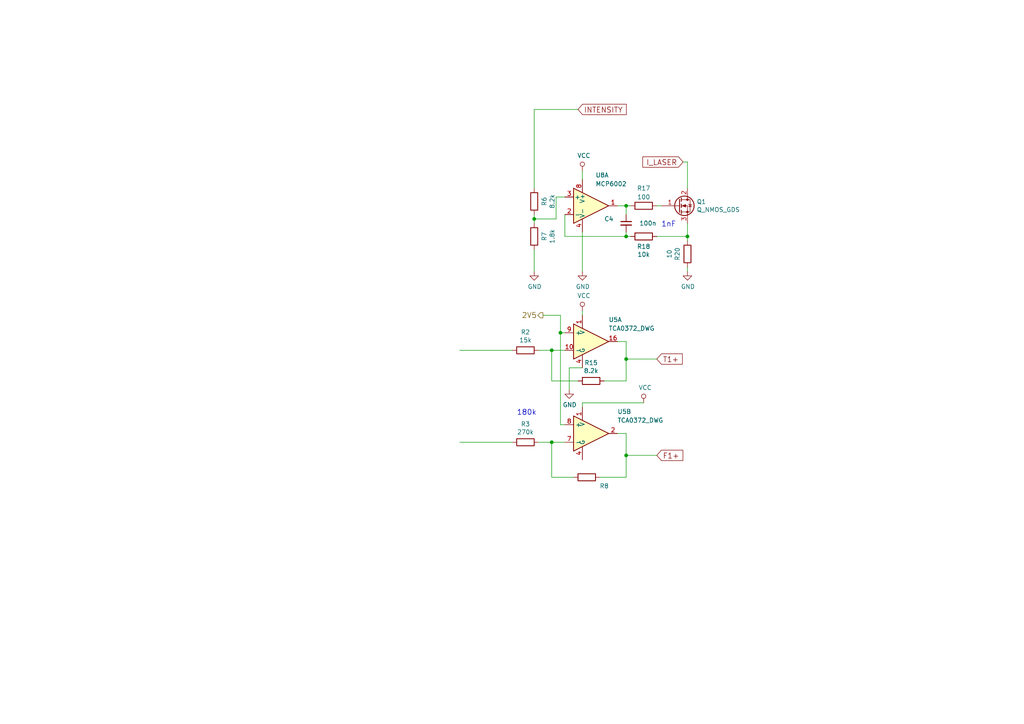
<source format=kicad_sch>
(kicad_sch (version 20231120) (generator "eeschema") (generator_version "8.0")
  (paper "A4")
  (lib_symbols
    (symbol "DVDLaserScanner-rescue:C_Small" (pin_numbers hide) (pin_names (offset 0.254) hide)
      (property "Reference" "C" (at 0.254 1.778 0))
      (property "Value" "C_Small" (at 0.254 -2.032 0))
      (symbol "C_Small_0_1"
        (polyline (pts (xy -1.524 -0.508) (xy 1.524 -0.508)) (stroke (width 0.3302)))
        (polyline (pts (xy -1.524 0.508) (xy 1.524 0.508)) (stroke (width 0.3048)))
      )
      (symbol "C_Small_1_1"
        (pin passive line (at 0 2.54 270) (length 2.032) (name "~") (number "1"))
        (pin passive line (at 0 -2.54 90) (length 2.032) (name "~") (number "2"))
      )
    )
    (symbol "DVDLaserScanner-rescue:GND" (power) (pin_names (offset 0))
      (property "Value" "GND" (at 0 -3.81 0))
      (symbol "GND_0_1"
        (polyline (pts (xy 0 0) (xy 0 -1.27) (xy 1.27 -1.27) (xy 0 -2.54) (xy -1.27 -1.27) (xy 0 -1.27)))
      )
      (symbol "GND_1_1"
        (pin power_in line (at 0 0 270) (length 0) hide (name "GND") (number "1"))
      )
    )
    (symbol "DVDLaserScanner-rescue:MCP6002" (pin_names (offset 0.254))
      (property "Reference" "U" (at 0 3.81 0))
      (property "Value" "MCP6002" (at 0 -3.81 0))
      (symbol "MCP6002_0_1"
        (polyline (pts (xy -5.08 5.08) (xy 5.08 0) (xy -5.08 -5.08) (xy -5.08 5.08)) (stroke (width 0.254)) (fill (type background)))
        (pin power_in line (at -2.54 -7.62 90) (length 3.81) (name "V-") (number "4"))
        (pin power_in line (at -2.54 7.62 270) (length 3.81) (name "V+") (number "8"))
      )
      (symbol "MCP6002_1_1"
        (pin output line (at 7.62 0 180) (length 2.54) (name "~") (number "1"))
        (pin input line (at -7.62 -2.54 0) (length 2.54) (name "-") (number "2"))
        (pin input line (at -7.62 2.54 0) (length 2.54) (name "+") (number "3"))
      )
      (symbol "MCP6002_2_1"
        (pin input line (at -7.62 2.54 0) (length 2.54) (name "+") (number "5"))
        (pin input line (at -7.62 -2.54 0) (length 2.54) (name "-") (number "6"))
        (pin output line (at 7.62 0 180) (length 2.54) (name "~") (number "7"))
      )
    )
    (symbol "DVDLaserScanner-rescue:Q_NMOS_GDS" (pin_names (offset 0) hide)
      (property "Reference" "Q" (at 5.08 1.27 0))
      (property "Value" "Q_NMOS_GDS" (at 5.08 -1.27 0))
      (symbol "Q_NMOS_GDS_0_1"
        (polyline (pts (xy 0.0508 0) (xy 0.254 0)))
        (polyline (pts (xy 0.762 -1.778) (xy 2.54 -1.778)))
        (polyline (pts (xy 0.762 -1.27) (xy 0.762 -2.286)) (stroke (width 0.254)))
        (polyline (pts (xy 0.762 0) (xy 2.54 0)))
        (polyline (pts (xy 0.762 0.508) (xy 0.762 -0.508)) (stroke (width 0.254)))
        (polyline (pts (xy 0.762 1.778) (xy 2.54 1.778)))
        (polyline (pts (xy 0.762 2.286) (xy 0.762 1.27)) (stroke (width 0.254)))
        (polyline (pts (xy 2.54 -1.778) (xy 2.54 -2.54)))
        (polyline (pts (xy 2.54 -1.778) (xy 2.54 0)))
        (polyline (pts (xy 2.54 2.54) (xy 2.54 1.778)))
        (polyline (pts (xy 0.254 1.905) (xy 0.254 -1.905) (xy 0.254 -1.905)) (stroke (width 0.254)))
        (polyline (pts (xy 1.016 0) (xy 2.032 0.381) (xy 2.032 -0.381) (xy 1.016 0)) (fill (type outline)))
        (polyline (pts (xy 2.54 -1.778) (xy 3.302 -1.778) (xy 3.302 1.778) (xy 2.54 1.778)))
        (polyline (pts (xy 2.794 0.508) (xy 2.921 0.381) (xy 3.683 0.381) (xy 3.81 0.254)))
        (polyline (pts (xy 3.302 0.381) (xy 2.921 -0.254) (xy 3.683 -0.254) (xy 3.302 0.381)))
        (circle (center 1.651 0) (radius 2.8194) (stroke (width 0.254)))
        (circle (center 2.54 -1.778) (radius 0.2794) (fill (type outline)))
        (circle (center 2.54 1.778) (radius 0.2794) (fill (type outline)))
      )
      (symbol "Q_NMOS_GDS_1_1"
        (pin input line (at -5.08 0 0) (length 5.08) (name "G") (number "1"))
        (pin passive line (at 2.54 5.08 270) (length 2.54) (name "D") (number "2"))
        (pin passive line (at 2.54 -5.08 90) (length 2.54) (name "S") (number "3"))
      )
    )
    (symbol "DVDLaserScanner-rescue:R" (pin_numbers hide) (pin_names (offset 0))
      (property "Reference" "R" (at 2.032 0 90))
      (property "Value" "R" (at 0 0 90))
      (symbol "R_0_1"
        (rectangle (start -1.016 -2.54) (end 1.016 2.54) (stroke (width 0.254)))
      )
      (symbol "R_1_1"
        (pin passive line (at 0 3.81 270) (length 1.27) (name "~") (number "1"))
        (pin passive line (at 0 -3.81 90) (length 1.27) (name "~") (number "2"))
      )
    )
    (symbol "DVDLaserScanner-rescue:TCA0372_DWG"
      (property "Reference" "U" (at 2.54 6.35 0))
      (property "Value" "TCA0372_DWG" (at 1.27 3.81 0))
      (symbol "TCA0372_DWG_0_1"
        (polyline (pts (xy -5.08 5.08) (xy 5.08 0) (xy -5.08 -5.08) (xy -5.08 5.08)) (stroke (width 0.254)) (fill (type background)))
        (pin power_in line (at -2.54 7.62 270) (length 3.81) (name "V") (number "1"))
        (pin power_in line (at 5.08 -2.54 270) (length 3.81) hide (name "GND") (number "12"))
        (pin power_in line (at 7.62 -2.54 270) (length 3.81) hide (name "GND") (number "13"))
        (pin power_in line (at -2.54 -7.62 90) (length 3.81) (name "G") (number "4"))
        (pin power_in line (at 2.54 -2.54 270) (length 3.81) hide (name "GND") (number "5"))
      )
      (symbol "TCA0372_DWG_1_1"
        (pin input line (at -7.62 -2.54 0) (length 2.54) (name "-") (number "10"))
        (pin output line (at 7.62 0 180) (length 2.54) (name "~") (number "16"))
        (pin input line (at -7.62 2.54 0) (length 2.54) (name "+") (number "9"))
      )
      (symbol "TCA0372_DWG_2_1"
        (pin output line (at 7.62 0 180) (length 2.54) (name "~") (number "2"))
        (pin input line (at -7.62 -2.54 0) (length 2.54) (name "-") (number "7"))
        (pin input line (at -7.62 2.54 0) (length 2.54) (name "+") (number "8"))
      )
    )
    (symbol "DVDLaserScanner-rescue:VCC" (power) (pin_names (offset 0))
      (property "Value" "VCC" (at 0 3.81 0))
      (symbol "VCC_0_1"
        (polyline (pts (xy 0 0) (xy 0 1.27)))
        (circle (center 0 1.905) (radius 0.635))
      )
      (symbol "VCC_1_1"
        (pin power_in line (at 0 0 90) (length 0) hide (name "VCC") (number "1"))
      )
    )
  )
  (junction (at 199.39 68.58))
  (junction (at 181.61 104.14))
  (junction (at 181.61 68.58))
  (junction (at 160.02 128.27))
  (junction (at 154.94 63.5))
  (junction (at 162.56 96.52))
  (junction (at 181.61 59.69))
  (junction (at 181.61 132.08))
  (junction (at 160.02 101.6))
  (wire (pts (xy 199.39 68.58) (xy 199.39 69.85)))
  (wire (pts (xy 168.91 49.53) (xy 168.91 52.07)))
  (wire (pts (xy 181.61 132.08) (xy 181.61 138.43)))
  (wire (pts (xy 160.02 138.43) (xy 166.37 138.43)))
  (wire (pts (xy 190.5 132.08) (xy 181.61 132.08)))
  (wire (pts (xy 154.94 62.23) (xy 154.94 63.5)))
  (wire (pts (xy 160.02 110.49) (xy 167.64 110.49)))
  (wire (pts (xy 165.1 106.68) (xy 165.1 113.03)))
  (wire (pts (xy 198.12 46.99) (xy 199.39 46.99)))
  (wire (pts (xy 160.02 101.6) (xy 160.02 110.49)))
  (wire (pts (xy 163.83 68.58) (xy 181.61 68.58)))
  (wire (pts (xy 181.61 99.06) (xy 179.07 99.06)))
  (wire (pts (xy 154.94 72.39) (xy 154.94 78.74)))
  (wire (pts (xy 181.61 67.31) (xy 181.61 68.58)))
  (wire (pts (xy 181.61 99.06) (xy 181.61 104.14)))
  (wire (pts (xy 179.07 125.73) (xy 181.61 125.73)))
  (wire (pts (xy 168.91 67.31) (xy 168.91 78.74)))
  (wire (pts (xy 168.91 116.84) (xy 168.91 118.11)))
  (wire (pts (xy 181.61 104.14) (xy 190.5 104.14)))
  (wire (pts (xy 190.5 59.69) (xy 191.77 59.69)))
  (wire (pts (xy 162.56 96.52) (xy 163.83 96.52)))
  (wire (pts (xy 156.21 128.27) (xy 160.02 128.27)))
  (wire (pts (xy 162.56 91.44) (xy 162.56 96.52)))
  (wire (pts (xy 162.56 123.19) (xy 163.83 123.19)))
  (wire (pts (xy 160.02 128.27) (xy 163.83 128.27)))
  (wire (pts (xy 154.94 63.5) (xy 161.29 63.5)))
  (wire (pts (xy 181.61 59.69) (xy 181.61 62.23)))
  (wire (pts (xy 148.59 101.6) (xy 133.35 101.6)))
  (wire (pts (xy 162.56 96.52) (xy 162.56 123.19)))
  (wire (pts (xy 181.61 125.73) (xy 181.61 132.08)))
  (wire (pts (xy 154.94 63.5) (xy 154.94 64.77)))
  (wire (pts (xy 181.61 68.58) (xy 182.88 68.58)))
  (wire (pts (xy 181.61 104.14) (xy 181.61 110.49)))
  (wire (pts (xy 181.61 138.43) (xy 173.99 138.43)))
  (wire (pts (xy 161.29 57.15) (xy 163.83 57.15)))
  (wire (pts (xy 186.69 116.84) (xy 168.91 116.84)))
  (wire (pts (xy 168.91 90.17) (xy 168.91 91.44)))
  (wire (pts (xy 163.83 68.58) (xy 163.83 62.23)))
  (wire (pts (xy 181.61 110.49) (xy 175.26 110.49)))
  (wire (pts (xy 160.02 128.27) (xy 160.02 138.43)))
  (wire (pts (xy 199.39 77.47) (xy 199.39 78.74)))
  (wire (pts (xy 148.59 128.27) (xy 133.35 128.27)))
  (wire (pts (xy 199.39 64.77) (xy 199.39 68.58)))
  (wire (pts (xy 156.21 101.6) (xy 160.02 101.6)))
  (wire (pts (xy 168.91 106.68) (xy 165.1 106.68)))
  (wire (pts (xy 154.94 31.75) (xy 167.64 31.75)))
  (wire (pts (xy 181.61 59.69) (xy 182.88 59.69)))
  (wire (pts (xy 161.29 63.5) (xy 161.29 57.15)))
  (wire (pts (xy 199.39 68.58) (xy 190.5 68.58)))
  (wire (pts (xy 160.02 101.6) (xy 163.83 101.6)))
  (wire (pts (xy 199.39 46.99) (xy 199.39 54.61)))
  (wire (pts (xy 162.56 91.44) (xy 157.48 91.44)))
  (wire (pts (xy 179.07 59.69) (xy 181.61 59.69)))
  (wire (pts (xy 154.94 31.75) (xy 154.94 54.61)))
  (text "180k" (at 149.86 120.65 0) (effects (font (size 1.524 1.524)) (justify left bottom)))
  (text "1nF\n" (at 191.77 66.04 0) (effects (font (size 1.524 1.524)) (justify left bottom)))
  (global_label "I_LASER" (shape input) (at 198.12 46.99 180) (effects (font (size 1.524 1.524))) (property "Intersheetrefs" "${INTERSHEET_REFS}" (effects (hide yes))))
  (global_label "F1+" (shape input) (at 190.5 132.08 0) (effects (font (size 1.524 1.524))) (property "Intersheetrefs" "${INTERSHEET_REFS}" (effects (hide yes))))
  (global_label "INTENSITY" (shape input) (at 167.64 31.75 0) (effects (font (size 1.524 1.524))) (property "Intersheetrefs" "${INTERSHEET_REFS}" (effects (hide yes))))
  (global_label "T1+" (shape input) (at 190.5 104.14 0) (effects (font (size 1.524 1.524))) (property "Intersheetrefs" "${INTERSHEET_REFS}" (effects (hide yes))))
  (hierarchical_label "2V5" (shape output) (at 157.48 91.44 180) (effects (font (size 1.524 1.524))))
  (symbol (lib_id "DVDLaserScanner-rescue:VCC") (at 186.69 116.84 0) (unit 1)
    (property "Reference" "#PWR033" (effects (hide yes)))
    (property "Value" "VCC" (at 187.1218 112.4458 0))
  )
  (symbol (lib_id "DVDLaserScanner-rescue:VCC") (at 168.91 49.53 0) (unit 1)
    (property "Reference" "#PWR031" (effects (hide yes)))
    (property "Value" "VCC" (at 169.3418 45.1358 0))
  )
  (symbol (lib_id "DVDLaserScanner-rescue:R") (at 171.45 110.49 270) (unit 1)
    (property "Reference" "R15" (at 171.45 105.2322 90))
    (property "Value" "8.2k" (at 171.45 107.5436 90))
    (property "Footprint" "GaudiLabsFootPrints:0805G" (effects (hide yes)))
  )
  (symbol (lib_id "DVDLaserScanner-rescue:R") (at 154.94 68.58 0) (unit 1)
    (property "Reference" "R7" (at 157.861 68.58 90))
    (property "Value" "1.8k" (at 160.1724 68.58 90))
    (property "Footprint" "GaudiLabsFootPrints:0805G" (effects (hide yes)))
  )
  (symbol (lib_id "DVDLaserScanner-rescue:MCP6002") (at 171.45 59.69 0) (unit 1)
    (property "Reference" "U8" (at 172.72 50.8 0) (effects (justify left)))
    (property "Value" "MCP6002" (at 172.72 53.34 0) (effects (justify left)))
    (property "Footprint" "GaudiLabsFootPrints:SOIC-08_N" (effects (hide yes)))
  )
  (symbol (lib_id "DVDLaserScanner-rescue:R") (at 170.18 138.43 270) (unit 1)
    (property "Reference" "R8" (at 175.26 140.97 90))
    (property "Value" "15k" (effects (hide yes)))
    (property "Footprint" "GaudiLabsFootPrints:0805G" (effects (hide yes)))
  )
  (symbol (lib_id "DVDLaserScanner-rescue:GND") (at 165.1 113.03 0) (unit 1)
    (property "Reference" "#PWR023" (effects (hide yes)))
    (property "Value" "GND" (at 165.227 117.4242 0))
  )
  (symbol (lib_id "DVDLaserScanner-rescue:GND") (at 199.39 78.74 0) (unit 1)
    (property "Reference" "#PWR049" (effects (hide yes)))
    (property "Value" "GND" (at 199.517 83.1342 0))
  )
  (symbol (lib_id "DVDLaserScanner-rescue:GND") (at 154.94 78.74 0) (unit 1)
    (property "Reference" "#PWR014" (effects (hide yes)))
    (property "Value" "GND" (at 155.067 83.1342 0))
  )
  (symbol (lib_id "DVDLaserScanner-rescue:R") (at 152.4 101.6 270) (unit 1)
    (property "Reference" "R2" (at 152.4 96.3422 90))
    (property "Value" "15k" (at 152.4 98.6536 90))
    (property "Footprint" "GaudiLabsFootPrints:0805G" (effects (hide yes)))
  )
  (symbol (lib_id "DVDLaserScanner-rescue:C_Small") (at 181.61 64.77 0) (unit 1)
    (property "Reference" "C4" (at 175.26 63.5 0) (effects (justify left)))
    (property "Value" "100n" (at 185.42 64.77 0) (effects (justify left)))
    (property "Footprint" "GaudiLabsFootPrints:0805G" (effects (hide yes)))
  )
  (symbol (lib_id "DVDLaserScanner-rescue:GND") (at 168.91 78.74 0) (unit 1)
    (property "Reference" "#PWR032" (effects (hide yes)))
    (property "Value" "GND" (at 169.037 83.1342 0))
  )
  (symbol (lib_id "DVDLaserScanner-rescue:TCA0372_DWG") (at 171.45 99.06 0) (unit 1)
    (property "Reference" "U5" (at 176.53 92.71 0) (effects (justify left)))
    (property "Value" "TCA0372_DWG" (at 176.53 95.25 0) (effects (justify left)))
    (property "Footprint" "GaudiLabsFootPrints:SO-16-W" (effects (hide yes)))
  )
  (symbol (lib_id "DVDLaserScanner-rescue:R") (at 186.69 59.69 270) (unit 1)
    (property "Reference" "R17" (at 186.69 54.61 90))
    (property "Value" "100" (at 186.69 57.15 90))
    (property "Footprint" "GaudiLabsFootPrints:0805G" (effects (hide yes)))
  )
  (symbol (lib_id "DVDLaserScanner-rescue:R") (at 186.69 68.58 270) (unit 1)
    (property "Reference" "R18" (at 186.69 71.501 90))
    (property "Value" "10k" (at 186.69 73.8124 90))
    (property "Footprint" "GaudiLabsFootPrints:0805G" (effects (hide yes)))
  )
  (symbol (lib_id "DVDLaserScanner-rescue:TCA0372_DWG") (at 171.45 125.73 0) (unit 2)
    (property "Reference" "U5" (at 179.07 119.38 0) (effects (justify left)))
    (property "Value" "TCA0372_DWG" (at 179.07 121.92 0) (effects (justify left)))
    (property "Footprint" "GaudiLabsFootPrints:SO-16-W" (effects (hide yes)))
  )
  (symbol (lib_id "DVDLaserScanner-rescue:R") (at 199.39 73.66 180) (unit 1)
    (property "Reference" "R20" (at 196.469 73.66 90))
    (property "Value" "10" (at 194.1576 73.66 90))
    (property "Footprint" "GaudiLabsFootPrints:0805G" (effects (hide yes)))
  )
  (symbol (lib_id "DVDLaserScanner-rescue:Q_NMOS_GDS") (at 196.85 59.69 0) (unit 1)
    (property "Reference" "Q1" (at 202.057 58.5216 0) (effects (justify left)))
    (property "Value" "Q_NMOS_GDS" (at 202.057 60.833 0) (effects (justify left)))
    (property "Footprint" "TO_SOT_Packages_SMD:TO-252-2Lead" (effects (hide yes)))
  )
  (symbol (lib_id "DVDLaserScanner-rescue:R") (at 152.4 128.27 270) (unit 1)
    (property "Reference" "R3" (at 152.4 123.0122 90))
    (property "Value" "270k" (at 152.4 125.3236 90))
    (property "Footprint" "GaudiLabsFootPrints:0805G" (effects (hide yes)))
  )
  (symbol (lib_id "DVDLaserScanner-rescue:VCC") (at 168.91 90.17 0) (unit 1)
    (property "Reference" "#PWR025" (effects (hide yes)))
    (property "Value" "VCC" (at 169.3418 85.7758 0))
  )
  (symbol (lib_id "DVDLaserScanner-rescue:R") (at 154.94 58.42 0) (unit 1)
    (property "Reference" "R6" (at 157.861 58.42 90))
    (property "Value" "8.2k" (at 160.1724 58.42 90))
    (property "Footprint" "GaudiLabsFootPrints:0805G" (effects (hide yes)))
  )
)
</source>
